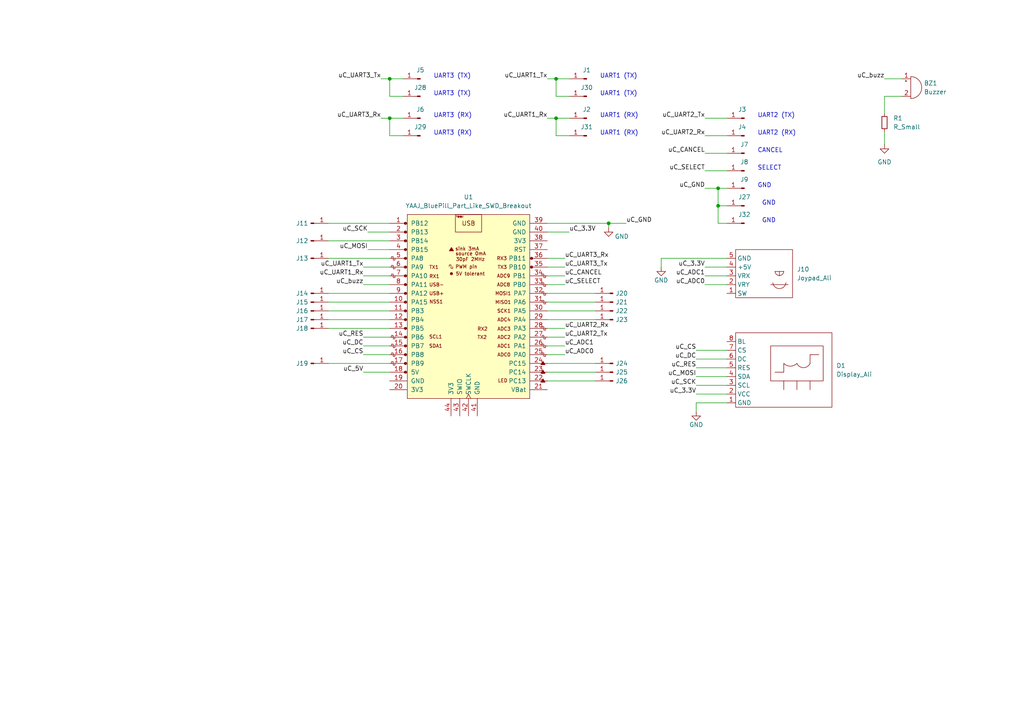
<source format=kicad_sch>
(kicad_sch (version 20211123) (generator eeschema)
  (paper "A4")
  (lib_symbols
    (symbol "Connector:Conn_01x01_Male" (pin_names (offset 1.016) hide)
      (property "Reference" "J" (at 0 2.54 0))
      (property "Value" "Conn_01x01_Male" (at 0 -2.54 0))
      (symbol "Conn_01x01_Male_1_1"
        (polyline (pts (xy 1.27 0) (xy 0.8636 0)) (stroke (width 0.1524)))
        (rectangle (start 0.8636 0.127) (end 0 -0.127) (stroke (width 0.1524)) (fill (type outline)))
        (pin passive line (at 5.08 0 180) (length 3.81) (name "Pin_1") (number "1"))
      )
    )
    (symbol "Device:Buzzer" (pin_names (offset 0.0254) hide)
      (property "Reference" "BZ" (at 3.81 1.27 0))
      (property "Value" "Buzzer" (at 3.81 -1.27 0))
      (symbol "Buzzer_0_1"
        (arc (start 0 -3.175) (mid 3.175 0) (end 0 3.175))
        (polyline (pts (xy -1.651 1.905) (xy -1.143 1.905)))
        (polyline (pts (xy -1.397 2.159) (xy -1.397 1.651)))
        (polyline (pts (xy 0 3.175) (xy 0 -3.175)))
      )
      (symbol "Buzzer_1_1"
        (pin passive line (at -2.54 2.54 0) (length 2.54) (name "-") (number "1"))
        (pin passive line (at -2.54 -2.54 0) (length 2.54) (name "+") (number "2"))
      )
    )
    (symbol "Device:R_Small" (pin_numbers hide) (pin_names (offset 0.254) hide)
      (property "Reference" "R" (at 0.762 0.508 0))
      (property "Value" "R_Small" (at 0.762 -1.016 0))
      (symbol "R_Small_0_1"
        (rectangle (start -0.762 1.778) (end 0.762 -1.778) (stroke (width 0.2032)))
      )
      (symbol "R_Small_1_1"
        (pin passive line (at 0 2.54 270) (length 0.762) (name "~") (number "1"))
        (pin passive line (at 0 -2.54 90) (length 0.762) (name "~") (number "2"))
      )
    )
    (symbol "Displays_Ali:Display_Ali"
      (property "Reference" "D" (at 0 0 0))
      (property "Value" "Display_Ali" (at 0 2.54 0))
      (symbol "Display_Ali_0_1"
        (rectangle (start -12.7 -1.27) (end 15.24 -22.86))
        (rectangle (start -2.54 -5.08) (end 12.7 -15.24))
        (polyline (pts (xy 1.27 -15.24) (xy 1.27 -17.78)))
        (polyline (pts (xy 5.08 -17.78) (xy 5.08 -15.24)))
        (polyline (pts (xy 8.89 -17.78) (xy 8.89 -15.24)))
        (polyline (pts (xy 1.27 -10.16) (xy 1.27 -12.7) (xy -1.27 -12.7)))
        (polyline (pts (xy 8.89 -10.16) (xy 8.89 -7.62) (xy 11.43 -7.62)))
        (arc (start 1.27 -10.16) (mid 3.175 -14.7591) (end 5.08 -10.16))
        (arc (start 5.08 -10.16) (mid 6.985 -11.3821) (end 8.89 -10.16))
      )
      (symbol "Display_Ali_1_1"
        (pin input line (at -15.24 -21.59 0) (length 2.54) (name "GND") (number "1"))
        (pin input line (at -15.24 -19.05 0) (length 2.54) (name "VCC") (number "2"))
        (pin input line (at -15.24 -16.51 0) (length 2.54) (name "SCL") (number "3"))
        (pin input line (at -15.24 -13.97 0) (length 2.54) (name "SDA") (number "4"))
        (pin input line (at -15.24 -11.43 0) (length 2.54) (name "RES") (number "5"))
        (pin input line (at -15.24 -8.89 0) (length 2.54) (name "DC") (number "6"))
        (pin input line (at -15.24 -6.35 0) (length 2.54) (name "CS") (number "7"))
        (pin input line (at -15.24 -3.81 0) (length 2.54) (name "BL") (number "8"))
      )
    )
    (symbol "Joypad_Ali:Joypad_Ali"
      (property "Reference" "J" (at 0 0 0))
      (property "Value" "Joypad_Ali" (at 1.27 2.54 0))
      (symbol "Joypad_Ali_0_1"
        (rectangle (start -2.54 -1.27) (end 13.97 -15.24))
        (polyline (pts (xy 8.89 -7.62) (xy 11.43 -7.62)))
        (polyline (pts (xy 10.16 -7.62) (xy 10.16 -8.89)))
        (polyline (pts (xy 12.7 -11.43) (xy 7.62 -11.43)))
        (arc (start 8.255 -10.8616) (mid 10.16 -12.971) (end 12.065 -10.8616))
        (arc (start 8.89 -7.5722) (mid 10.16 -8.8909) (end 11.43 -7.5722))
      )
      (symbol "Joypad_Ali_1_1"
        (pin input line (at -5.08 -13.97 0) (length 2.54) (name "SW") (number "1"))
        (pin input line (at -5.08 -11.43 0) (length 2.54) (name "VRY") (number "2"))
        (pin input line (at -5.08 -8.89 0) (length 2.54) (name "VRX") (number "3"))
        (pin input line (at -5.08 -6.35 0) (length 2.54) (name "+5V") (number "4"))
        (pin input line (at -5.08 -3.81 0) (length 2.54) (name "GND") (number "5"))
      )
    )
    (symbol "YAAJ_BluePill_Part_Like_SWD_Breakout:YAAJ_BluePill_Part_Like_SWD_Breakout" (pin_names (offset 1.016))
      (property "Reference" "U" (at -15.24 27.94 0))
      (property "Value" "YAAJ_BluePill_Part_Like_SWD_Breakout" (at 20.32 27.94 0))
      (symbol "YAAJ_BluePill_Part_Like_SWD_Breakout_0_0"
        (circle (center -18.288 -20.32) (radius 0.3556) (fill (type outline)))
        (circle (center -18.288 -17.78) (radius 0.3556) (fill (type outline)))
        (circle (center -18.288 -15.24) (radius 0.3556) (fill (type outline)))
        (circle (center -18.288 -12.7) (radius 0.3556) (fill (type outline)))
        (circle (center -18.288 -10.16) (radius 0.3556) (fill (type outline)))
        (circle (center -18.288 -7.62) (radius 0.3556) (fill (type outline)))
        (circle (center -18.288 -5.08) (radius 0.3556) (fill (type outline)))
        (circle (center -18.288 -2.54) (radius 0.3556) (fill (type outline)))
        (circle (center -18.288 0) (radius 0.3556) (fill (type outline)))
        (circle (center -18.288 2.54) (radius 0.3556) (fill (type outline)))
        (circle (center -18.288 5.08) (radius 0.3556) (fill (type outline)))
        (circle (center -18.288 7.62) (radius 0.3556) (fill (type outline)))
        (circle (center -18.288 10.16) (radius 0.3556) (fill (type outline)))
        (circle (center -18.288 12.7) (radius 0.3556) (fill (type outline)))
        (circle (center -18.288 15.24) (radius 0.3556) (fill (type outline)))
        (circle (center -18.288 17.78) (radius 0.3556) (fill (type outline)))
        (circle (center -18.288 22.86) (radius 0.3556) (fill (type outline)))
        (circle (center -4.953 8.255) (radius 0.127) (fill (type outline)))
        (circle (center -4.953 8.255) (radius 0.254))
        (circle (center -4.953 8.255) (radius 0.3556))
        (polyline (pts (xy -5.588 14.859) (xy -4.953 15.875) (xy -4.318 14.859) (xy -5.588 14.859) (xy -4.953 15.748) (xy -4.445 14.859) (xy -5.461 14.986) (xy -4.953 15.621) (xy -4.572 14.859) (xy -5.334 15.113) (xy -4.826 15.494) (xy -4.699 14.859) (xy -5.207 15.24) (xy -4.699 15.367) (xy -4.826 14.986) (xy -5.08 15.24) (xy -4.826 15.113) (xy -4.953 15.367)))
        (polyline (pts (xy 20.955 -23.241) (xy 21.59 -22.225) (xy 22.225 -23.241) (xy 20.955 -23.241) (xy 21.59 -22.352) (xy 22.098 -23.241) (xy 21.082 -23.114) (xy 21.59 -22.479) (xy 21.971 -23.241) (xy 21.209 -22.987) (xy 21.717 -22.606) (xy 21.844 -23.241) (xy 21.336 -22.86) (xy 21.844 -22.733) (xy 21.717 -23.114) (xy 21.463 -22.86) (xy 21.717 -22.987) (xy 21.59 -22.733)))
        (polyline (pts (xy 20.955 -20.701) (xy 21.59 -19.685) (xy 22.225 -20.701) (xy 20.955 -20.701) (xy 21.59 -19.812) (xy 22.098 -20.701) (xy 21.082 -20.574) (xy 21.59 -19.939) (xy 21.971 -20.701) (xy 21.209 -20.447) (xy 21.717 -20.066) (xy 21.844 -20.701) (xy 21.336 -20.32) (xy 21.844 -20.193) (xy 21.717 -20.574) (xy 21.463 -20.32) (xy 21.717 -20.447) (xy 21.59 -20.193)))
        (polyline (pts (xy 20.955 -18.161) (xy 21.59 -17.145) (xy 22.225 -18.161) (xy 20.955 -18.161) (xy 21.59 -17.272) (xy 22.098 -18.161) (xy 21.082 -18.034) (xy 21.59 -17.399) (xy 21.971 -18.161) (xy 21.209 -17.907) (xy 21.717 -17.526) (xy 21.844 -18.161) (xy 21.336 -17.78) (xy 21.844 -17.653) (xy 21.717 -18.034) (xy 21.463 -17.78) (xy 21.717 -17.907) (xy 21.59 -17.653)))
        (circle (center 18.288 10.16) (radius 0.254) (fill (type outline)))
        (circle (center 18.288 10.16) (radius 0.3556))
        (circle (center 18.288 12.7) (radius 0.254) (fill (type outline)))
        (circle (center 18.288 12.7) (radius 0.3556))
        (text "30pF 2MHz" (at 0.508 12.446 0) (effects (font (size 0.9906 0.9906))))
        (text "5V tolerant" (at 0.508 8.255 0) (effects (font (size 0.9906 0.9906))))
        (text "ADC0" (at 10.287 -15.24 0) (effects (font (size 0.9906 0.9906))))
        (text "ADC1" (at 10.287 -12.7 0) (effects (font (size 0.9906 0.9906))))
        (text "ADC2" (at 10.287 -10.16 0) (effects (font (size 0.9906 0.9906))))
        (text "ADC3" (at 10.287 -7.747 0) (effects (font (size 0.9906 0.9906))))
        (text "ADC4" (at 10.287 -5.08 0) (effects (font (size 0.9906 0.9906))))
        (text "ADC8" (at 10.16 5.08 0) (effects (font (size 0.9906 0.9906))))
        (text "ADC9" (at 10.16 7.62 0) (effects (font (size 0.9906 0.9906))))
        (text "LED" (at 9.906 -22.733 0) (effects (font (size 0.9906 0.9906))))
        (text "MISO1" (at 10.033 0 0) (effects (font (size 0.9906 0.9906))))
        (text "MOSI1" (at 10.033 2.54 0) (effects (font (size 0.9906 0.9906))))
        (text "NSS1" (at -9.398 0.127 0) (effects (font (size 0.9906 0.9906))))
        (text "PWM pin" (at -0.635 10.287 0) (effects (font (size 0.9906 0.9906))))
        (text "RX1" (at -9.906 7.493 0) (effects (font (size 0.9906 0.9906))))
        (text "RX2" (at 4.064 -7.747 0) (effects (font (size 0.9906 0.9906))))
        (text "RX3" (at 9.652 12.7 0) (effects (font (size 0.9906 0.9906))))
        (text "SCK1" (at 10.287 -2.54 0) (effects (font (size 0.9906 0.9906))))
        (text "SCL1" (at -9.525 -10.033 0) (effects (font (size 0.9906 0.9906))))
        (text "SDA1" (at -9.525 -12.7 0) (effects (font (size 0.9906 0.9906))))
        (text "sink 3mA" (at -0.381 15.494 0) (effects (font (size 0.9906 0.9906))))
        (text "source 0mA" (at 0.635 14.097 0) (effects (font (size 0.9906 0.9906))))
        (text "TX1" (at -10.033 10.16 0) (effects (font (size 0.9906 0.9906))))
        (text "TX2" (at 3.937 -10.16 0) (effects (font (size 0.9906 0.9906))))
        (text "TX3" (at 9.779 10.16 0) (effects (font (size 0.9906 0.9906))))
        (text "USB" (at 0 22.86 0) (effects (font (size 1.27 1.27))))
        (text "USB+" (at -9.271 2.54 0) (effects (font (size 0.9906 0.9906))))
        (text "USB-" (at -9.271 5.08 0) (effects (font (size 0.9906 0.9906))))
        (text "Y@@J" (at -2.5654 24.8412 0) (effects (font (size 0.508 0.508))))
      )
      (symbol "YAAJ_BluePill_Part_Like_SWD_Breakout_0_1"
        (rectangle (start -17.78 25.4) (end 17.78 -27.94) (fill (type background)))
        (polyline (pts (xy -21.336 -17.78) (xy -21.336 -18.288) (xy -21.844 -18.288) (xy -21.844 -17.272) (xy -22.352 -17.272) (xy -22.352 -17.78)))
        (polyline (pts (xy -21.336 -15.24) (xy -21.336 -15.748) (xy -21.844 -15.748) (xy -21.844 -14.732) (xy -22.352 -14.732) (xy -22.352 -15.24)))
        (polyline (pts (xy -21.336 -12.7) (xy -21.336 -13.208) (xy -21.844 -13.208) (xy -21.844 -12.192) (xy -22.352 -12.192) (xy -22.352 -12.7)))
        (polyline (pts (xy -21.336 -10.16) (xy -21.336 -10.668) (xy -21.844 -10.668) (xy -21.844 -9.652) (xy -22.352 -9.652) (xy -22.352 -10.16)))
        (polyline (pts (xy -21.336 7.62) (xy -21.336 7.112) (xy -21.844 7.112) (xy -21.844 8.128) (xy -22.352 8.128) (xy -22.352 7.62)))
        (polyline (pts (xy -21.336 10.16) (xy -21.336 9.652) (xy -21.844 9.652) (xy -21.844 10.668) (xy -22.352 10.668) (xy -22.352 10.16)))
        (polyline (pts (xy -21.336 12.7) (xy -21.336 12.192) (xy -21.844 12.192) (xy -21.844 13.208) (xy -22.352 13.208) (xy -22.352 12.7)))
        (polyline (pts (xy -4.572 10.287) (xy -4.572 9.779) (xy -5.08 9.779) (xy -5.08 10.795) (xy -5.588 10.795) (xy -5.588 10.287)))
        (polyline (pts (xy 22.352 -15.24) (xy 22.352 -15.748) (xy 21.844 -15.748) (xy 21.844 -14.732) (xy 21.336 -14.732) (xy 21.336 -15.24)))
        (polyline (pts (xy 22.352 -12.7) (xy 22.352 -13.208) (xy 21.844 -13.208) (xy 21.844 -12.192) (xy 21.336 -12.192) (xy 21.336 -12.7)))
        (polyline (pts (xy 22.352 -10.16) (xy 22.352 -10.668) (xy 21.844 -10.668) (xy 21.844 -9.652) (xy 21.336 -9.652) (xy 21.336 -10.16)))
        (polyline (pts (xy 22.352 -7.62) (xy 22.352 -8.128) (xy 21.844 -8.128) (xy 21.844 -7.112) (xy 21.336 -7.112) (xy 21.336 -7.62)))
        (polyline (pts (xy 22.352 0) (xy 22.352 -0.508) (xy 21.844 -0.508) (xy 21.844 0.508) (xy 21.336 0.508) (xy 21.336 0)))
        (polyline (pts (xy 22.352 2.54) (xy 22.352 2.032) (xy 21.844 2.032) (xy 21.844 3.048) (xy 21.336 3.048) (xy 21.336 2.54)))
        (polyline (pts (xy 22.352 5.08) (xy 22.352 4.572) (xy 21.844 4.572) (xy 21.844 5.588) (xy 21.336 5.588) (xy 21.336 5.08)))
        (polyline (pts (xy 22.352 7.62) (xy 22.352 7.112) (xy 21.844 7.112) (xy 21.844 8.128) (xy 21.336 8.128) (xy 21.336 7.62)))
        (rectangle (start 3.81 25.4) (end -3.81 20.32))
      )
      (symbol "YAAJ_BluePill_Part_Like_SWD_Breakout_1_1"
        (circle (center -18.288 20.32) (radius 0.3556) (fill (type outline)))
        (pin bidirectional line (at -22.86 22.86 0) (length 5.08) (name "PB12") (number "1"))
        (pin bidirectional line (at -22.86 0 0) (length 5.08) (name "PA15") (number "10"))
        (pin bidirectional line (at -22.86 -2.54 0) (length 5.08) (name "PB3") (number "11"))
        (pin bidirectional line (at -22.86 -5.08 0) (length 5.08) (name "PB4") (number "12"))
        (pin bidirectional line (at -22.86 -7.62 0) (length 5.08) (name "PB5") (number "13"))
        (pin bidirectional line (at -22.86 -10.16 0) (length 5.08) (name "PB6") (number "14"))
        (pin bidirectional line (at -22.86 -12.7 0) (length 5.08) (name "PB7") (number "15"))
        (pin bidirectional line (at -22.86 -15.24 0) (length 5.08) (name "PB8") (number "16"))
        (pin bidirectional line (at -22.86 -17.78 0) (length 5.08) (name "PB9") (number "17"))
        (pin power_in line (at -22.86 -20.32 0) (length 5.08) (name "5V") (number "18"))
        (pin power_in line (at -22.86 -22.86 0) (length 5.08) (name "GND") (number "19"))
        (pin bidirectional line (at -22.86 20.32 0) (length 5.08) (name "PB13") (number "2"))
        (pin power_in line (at -22.86 -25.4 0) (length 5.08) (name "3V3") (number "20"))
        (pin power_in line (at 22.86 -25.4 180) (length 5.08) (name "VBat") (number "21"))
        (pin bidirectional line (at 22.86 -22.86 180) (length 5.08) (name "PC13") (number "22"))
        (pin bidirectional line (at 22.86 -20.32 180) (length 5.08) (name "PC14") (number "23"))
        (pin bidirectional line (at 22.86 -17.78 180) (length 5.08) (name "PC15") (number "24"))
        (pin bidirectional line (at 22.86 -15.24 180) (length 5.08) (name "PA0") (number "25"))
        (pin bidirectional line (at 22.86 -12.7 180) (length 5.08) (name "PA1") (number "26"))
        (pin bidirectional line (at 22.86 -10.16 180) (length 5.08) (name "PA2") (number "27"))
        (pin bidirectional line (at 22.86 -7.62 180) (length 5.08) (name "PA3") (number "28"))
        (pin bidirectional line (at 22.86 -5.08 180) (length 5.08) (name "PA4") (number "29"))
        (pin bidirectional line (at -22.86 17.78 0) (length 5.08) (name "PB14") (number "3"))
        (pin bidirectional line (at 22.86 -2.54 180) (length 5.08) (name "PA5") (number "30"))
        (pin bidirectional line (at 22.86 0 180) (length 5.08) (name "PA6") (number "31"))
        (pin bidirectional line (at 22.86 2.54 180) (length 5.08) (name "PA7") (number "32"))
        (pin bidirectional line (at 22.86 5.08 180) (length 5.08) (name "PB0") (number "33"))
        (pin bidirectional line (at 22.86 7.62 180) (length 5.08) (name "PB1") (number "34"))
        (pin bidirectional line (at 22.86 10.16 180) (length 5.08) (name "PB10") (number "35"))
        (pin bidirectional line (at 22.86 12.7 180) (length 5.08) (name "PB11") (number "36"))
        (pin input line (at 22.86 15.24 180) (length 5.08) (name "RST") (number "37"))
        (pin power_in line (at 22.86 17.78 180) (length 5.08) (name "3V3") (number "38"))
        (pin power_in line (at 22.86 22.86 180) (length 5.08) (name "GND") (number "39"))
        (pin bidirectional line (at -22.86 15.24 0) (length 5.08) (name "PB15") (number "4"))
        (pin power_in line (at 22.86 20.32 180) (length 5.08) (name "GND") (number "40"))
        (pin power_in line (at 2.54 -33.02 90) (length 5.08) (name "GND") (number "41"))
        (pin bidirectional clock (at 0 -33.02 90) (length 5.08) (name "SWCLK") (number "42"))
        (pin bidirectional line (at -2.54 -33.02 90) (length 5.08) (name "SWIO") (number "43"))
        (pin power_in line (at -5.08 -33.02 90) (length 5.08) (name "3V3") (number "44"))
        (pin bidirectional line (at -22.86 12.7 0) (length 5.08) (name "PA8") (number "5"))
        (pin bidirectional line (at -22.86 10.16 0) (length 5.08) (name "PA9") (number "6"))
        (pin bidirectional line (at -22.86 7.62 0) (length 5.08) (name "PA10") (number "7"))
        (pin bidirectional line (at -22.86 5.08 0) (length 5.08) (name "PA11") (number "8"))
        (pin bidirectional line (at -22.86 2.54 0) (length 5.08) (name "PA12") (number "9"))
      )
    )
    (symbol "power:GND" (power) (pin_names (offset 0))
      (property "Value" "GND" (at 0 -3.81 0))
      (symbol "GND_0_1"
        (polyline (pts (xy 0 0) (xy 0 -1.27) (xy 1.27 -1.27) (xy 0 -2.54) (xy -1.27 -1.27) (xy 0 -1.27)))
      )
      (symbol "GND_1_1"
        (pin power_in line (at 0 0 270) (length 0) hide (name "GND") (number "1"))
      )
    )
  )
  (junction (at 161.29 22.86))
  (junction (at 113.03 22.86))
  (junction (at 176.53 64.77))
  (junction (at 161.29 34.29))
  (junction (at 208.28 54.61))
  (junction (at 208.28 59.69))
  (junction (at 113.03 34.29))
  (wire (pts (xy 158.75 105.41) (xy 172.72 105.41)))
  (wire (pts (xy 105.41 107.95) (xy 113.03 107.95)))
  (wire (pts (xy 158.75 90.17) (xy 172.72 90.17)))
  (wire (pts (xy 116.84 27.94) (xy 113.03 27.94)))
  (wire (pts (xy 201.93 114.3) (xy 210.82 114.3)))
  (wire (pts (xy 158.75 95.25) (xy 163.83 95.25)))
  (wire (pts (xy 158.75 22.86) (xy 161.29 22.86)))
  (wire (pts (xy 95.25 105.41) (xy 113.03 105.41)))
  (wire (pts (xy 208.28 64.77) (xy 208.28 59.69)))
  (wire (pts (xy 110.49 22.86) (xy 113.03 22.86)))
  (wire (pts (xy 105.41 82.55) (xy 113.03 82.55)))
  (wire (pts (xy 113.03 34.29) (xy 116.84 34.29)))
  (wire (pts (xy 204.47 54.61) (xy 208.28 54.61)))
  (wire (pts (xy 204.47 49.53) (xy 210.82 49.53)))
  (wire (pts (xy 201.93 106.68) (xy 210.82 106.68)))
  (wire (pts (xy 256.54 22.86) (xy 261.62 22.86)))
  (wire (pts (xy 208.28 54.61) (xy 210.82 54.61)))
  (wire (pts (xy 110.49 34.29) (xy 113.03 34.29)))
  (wire (pts (xy 158.75 82.55) (xy 163.83 82.55)))
  (wire (pts (xy 158.75 97.79) (xy 163.83 97.79)))
  (wire (pts (xy 201.93 101.6) (xy 210.82 101.6)))
  (wire (pts (xy 158.75 107.95) (xy 172.72 107.95)))
  (wire (pts (xy 165.1 27.94) (xy 161.29 27.94)))
  (wire (pts (xy 256.54 27.94) (xy 256.54 33.02)))
  (wire (pts (xy 105.41 102.87) (xy 113.03 102.87)))
  (wire (pts (xy 161.29 22.86) (xy 165.1 22.86)))
  (wire (pts (xy 201.93 119.38) (xy 201.93 116.84)))
  (wire (pts (xy 105.41 80.01) (xy 113.03 80.01)))
  (wire (pts (xy 95.25 64.77) (xy 113.03 64.77)))
  (wire (pts (xy 105.41 77.47) (xy 113.03 77.47)))
  (wire (pts (xy 204.47 77.47) (xy 210.82 77.47)))
  (wire (pts (xy 95.25 74.93) (xy 113.03 74.93)))
  (wire (pts (xy 210.82 59.69) (xy 208.28 59.69)))
  (wire (pts (xy 158.75 110.49) (xy 172.72 110.49)))
  (wire (pts (xy 204.47 39.37) (xy 210.82 39.37)))
  (wire (pts (xy 210.82 74.93) (xy 191.77 74.93)))
  (wire (pts (xy 161.29 34.29) (xy 165.1 34.29)))
  (wire (pts (xy 161.29 39.37) (xy 161.29 34.29)))
  (wire (pts (xy 158.75 100.33) (xy 163.83 100.33)))
  (wire (pts (xy 201.93 116.84) (xy 210.82 116.84)))
  (wire (pts (xy 158.75 77.47) (xy 163.83 77.47)))
  (wire (pts (xy 256.54 38.1) (xy 256.54 41.91)))
  (wire (pts (xy 204.47 44.45) (xy 210.82 44.45)))
  (wire (pts (xy 158.75 87.63) (xy 172.72 87.63)))
  (wire (pts (xy 161.29 27.94) (xy 161.29 22.86)))
  (wire (pts (xy 158.75 85.09) (xy 172.72 85.09)))
  (wire (pts (xy 158.75 74.93) (xy 163.83 74.93)))
  (wire (pts (xy 158.75 92.71) (xy 172.72 92.71)))
  (wire (pts (xy 113.03 22.86) (xy 116.84 22.86)))
  (wire (pts (xy 191.77 74.93) (xy 191.77 77.47)))
  (wire (pts (xy 105.41 100.33) (xy 113.03 100.33)))
  (wire (pts (xy 106.68 67.31) (xy 113.03 67.31)))
  (wire (pts (xy 158.75 102.87) (xy 163.83 102.87)))
  (wire (pts (xy 158.75 80.01) (xy 163.83 80.01)))
  (wire (pts (xy 201.93 109.22) (xy 210.82 109.22)))
  (wire (pts (xy 204.47 82.55) (xy 210.82 82.55)))
  (wire (pts (xy 158.75 34.29) (xy 161.29 34.29)))
  (wire (pts (xy 176.53 64.77) (xy 176.53 66.04)))
  (wire (pts (xy 105.41 97.79) (xy 113.03 97.79)))
  (wire (pts (xy 95.25 85.09) (xy 113.03 85.09)))
  (wire (pts (xy 158.75 67.31) (xy 165.1 67.31)))
  (wire (pts (xy 201.93 104.14) (xy 210.82 104.14)))
  (wire (pts (xy 95.25 87.63) (xy 113.03 87.63)))
  (wire (pts (xy 208.28 59.69) (xy 208.28 54.61)))
  (wire (pts (xy 113.03 39.37) (xy 113.03 34.29)))
  (wire (pts (xy 113.03 27.94) (xy 113.03 22.86)))
  (wire (pts (xy 165.1 39.37) (xy 161.29 39.37)))
  (wire (pts (xy 204.47 34.29) (xy 210.82 34.29)))
  (wire (pts (xy 95.25 90.17) (xy 113.03 90.17)))
  (wire (pts (xy 95.25 95.25) (xy 113.03 95.25)))
  (wire (pts (xy 210.82 64.77) (xy 208.28 64.77)))
  (wire (pts (xy 95.25 92.71) (xy 113.03 92.71)))
  (wire (pts (xy 204.47 80.01) (xy 210.82 80.01)))
  (wire (pts (xy 116.84 39.37) (xy 113.03 39.37)))
  (wire (pts (xy 201.93 111.76) (xy 210.82 111.76)))
  (wire (pts (xy 95.25 69.85) (xy 113.03 69.85)))
  (wire (pts (xy 261.62 27.94) (xy 256.54 27.94)))
  (wire (pts (xy 106.68 72.39) (xy 113.03 72.39)))
  (wire (pts (xy 176.53 64.77) (xy 181.61 64.77)))
  (wire (pts (xy 158.75 64.77) (xy 176.53 64.77)))
  (text "UART1 (RX)" (at 173.99 39.37 0) (effects (font (size 1.27 1.27)) (justify left bottom)))
  (text "GND" (at 220.98 59.69 0) (effects (font (size 1.27 1.27)) (justify left bottom)))
  (text "UART1 (TX)" (at 173.99 22.86 0) (effects (font (size 1.27 1.27)) (justify left bottom)))
  (text "UART3 (RX)" (at 125.73 39.37 0) (effects (font (size 1.27 1.27)) (justify left bottom)))
  (text "SELECT" (at 219.71 49.53 0) (effects (font (size 1.27 1.27)) (justify left bottom)))
  (text "UART1 (RX)" (at 173.99 34.29 0) (effects (font (size 1.27 1.27)) (justify left bottom)))
  (text "UART3 (TX)" (at 125.73 27.94 0) (effects (font (size 1.27 1.27)) (justify left bottom)))
  (text "GND" (at 219.71 54.61 0) (effects (font (size 1.27 1.27)) (justify left bottom)))
  (text "UART1 (TX)" (at 173.99 27.94 0) (effects (font (size 1.27 1.27)) (justify left bottom)))
  (text "GND" (at 220.98 64.77 0) (effects (font (size 1.27 1.27)) (justify left bottom)))
  (text "UART3 (RX)" (at 125.73 34.29 0) (effects (font (size 1.27 1.27)) (justify left bottom)))
  (text "UART2 (RX)" (at 219.71 39.37 0) (effects (font (size 1.27 1.27)) (justify left bottom)))
  (text "UART2 (TX)" (at 219.71 34.29 0) (effects (font (size 1.27 1.27)) (justify left bottom)))
  (text "CANCEL" (at 219.71 44.45 0) (effects (font (size 1.27 1.27)) (justify left bottom)))
  (text "UART3 (TX)" (at 125.73 22.86 0) (effects (font (size 1.27 1.27)) (justify left bottom)))
  (label "uC_SELECT" (at 163.83 82.55 0))
  (label "uC_RES" (at 201.93 106.68 180))
  (label "uC_UART3_Tx" (at 163.83 77.47 0))
  (label "uC_buzz" (at 256.54 22.86 180))
  (label "uC_GND" (at 181.61 64.77 0))
  (label "uC_UART2_Rx" (at 204.47 39.37 180))
  (label "uC_CANCEL" (at 204.47 44.45 180))
  (label "uC_CANCEL" (at 163.83 80.01 0))
  (label "uC_UART2_Tx" (at 204.47 34.29 180))
  (label "uC_UART1_Tx" (at 105.41 77.47 180))
  (label "uC_SCK" (at 201.93 111.76 180))
  (label "uC_3.3V" (at 201.93 114.3 180))
  (label "uC_CS" (at 201.93 101.6 180))
  (label "uC_UART3_Rx" (at 110.49 34.29 180))
  (label "uC_SELECT" (at 204.47 49.53 180))
  (label "uC_ADC0" (at 204.47 82.55 180))
  (label "uC_SCK" (at 106.68 67.31 180))
  (label "uC_3.3V" (at 204.47 77.47 180))
  (label "uC_UART1_Rx" (at 158.75 34.29 180))
  (label "uC_RES" (at 105.41 97.79 180))
  (label "uC_UART2_Tx" (at 163.83 97.79 0))
  (label "uC_UART3_Tx" (at 110.49 22.86 180))
  (label "uC_DC" (at 105.41 100.33 180))
  (label "uC_UART1_Tx" (at 158.75 22.86 180))
  (label "uC_MOSI" (at 106.68 72.39 180))
  (label "uC_CS" (at 105.41 102.87 180))
  (label "uC_GND" (at 204.47 54.61 180))
  (label "uC_ADC1" (at 163.83 100.33 0))
  (label "uC_5V" (at 105.41 107.95 180))
  (label "uC_3.3V" (at 165.1 67.31 0))
  (label "uC_UART2_Rx" (at 163.83 95.25 0))
  (label "uC_UART3_Rx" (at 163.83 74.93 0))
  (label "uC_MOSI" (at 201.93 109.22 180))
  (label "uC_ADC1" (at 204.47 80.01 180))
  (label "uC_buzz" (at 105.41 82.55 180))
  (label "uC_UART1_Rx" (at 105.41 80.01 180))
  (label "uC_DC" (at 201.93 104.14 180))
  (label "uC_ADC0" (at 163.83 102.87 0))
  (symbol (lib_id "Displays_Ali:Display_Ali") (at 226.06 95.25 0) (unit 1)
    (property "Reference" "D1" (at 242.57 106.0449 0) (effects (justify left)))
    (property "Value" "Display_Ali" (at 242.57 108.5849 0) (effects (justify left)))
    (property "Footprint" "Displays_Ali:Display_Ali (ST7735)" (effects hide))
  )
  (symbol (lib_id "Connector:Conn_01x01_Male") (at 177.8 90.17 0) (mirror y) (unit 1)
    (property "Reference" "J22" (at 180.34 90.17 0))
    (property "Value" "Conn_01x01_Male" (effects hide))
    (property "Footprint" "Connector_PinHeader_2.54mm:PinHeader_1x01_P2.54mm_Vertical" (effects hide))
  )
  (symbol (lib_id "Connector:Conn_01x01_Male") (at 90.17 64.77 0) (mirror x) (unit 1)
    (property "Reference" "J11" (at 87.63 64.77 0))
    (property "Value" "Conn_01x01_Male" (effects hide))
    (property "Footprint" "Connector_PinHeader_2.54mm:PinHeader_1x01_P2.54mm_Vertical" (effects hide))
  )
  (symbol (lib_id "Connector:Conn_01x01_Male") (at 215.9 49.53 0) (mirror y) (unit 1)
    (property "Reference" "J8" (at 215.9 46.99 0))
    (property "Value" "Conn_01x01_Male" (effects hide))
    (property "Footprint" "Connector_PinHeader_2.54mm:PinHeader_1x01_P2.54mm_Vertical" (effects hide))
  )
  (symbol (lib_id "Connector:Conn_01x01_Male") (at 90.17 95.25 0) (mirror x) (unit 1)
    (property "Reference" "J18" (at 87.63 95.25 0))
    (property "Value" "Conn_01x01_Male" (effects hide))
    (property "Footprint" "Connector_PinHeader_2.54mm:PinHeader_1x01_P2.54mm_Vertical" (effects hide))
  )
  (symbol (lib_id "Connector:Conn_01x01_Male") (at 90.17 105.41 0) (mirror x) (unit 1)
    (property "Reference" "J19" (at 87.63 105.41 0))
    (property "Value" "Conn_01x01_Male" (effects hide))
    (property "Footprint" "Connector_PinHeader_2.54mm:PinHeader_1x01_P2.54mm_Vertical" (effects hide))
  )
  (symbol (lib_id "Connector:Conn_01x01_Male") (at 215.9 44.45 0) (mirror y) (unit 1)
    (property "Reference" "J7" (at 215.9 41.91 0))
    (property "Value" "Conn_01x01_Male" (effects hide))
    (property "Footprint" "Connector_PinHeader_2.54mm:PinHeader_1x01_P2.54mm_Vertical" (effects hide))
  )
  (symbol (lib_id "Connector:Conn_01x01_Male") (at 215.9 34.29 0) (mirror y) (unit 1)
    (property "Reference" "J3" (at 215.265 31.75 0))
    (property "Value" "Conn_01x01_Male" (effects hide))
    (property "Footprint" "Connector_PinHeader_2.54mm:PinHeader_1x01_P2.54mm_Vertical" (effects hide))
  )
  (symbol (lib_id "Connector:Conn_01x01_Male") (at 177.8 92.71 0) (mirror y) (unit 1)
    (property "Reference" "J23" (at 180.34 92.71 0))
    (property "Value" "Conn_01x01_Male" (effects hide))
    (property "Footprint" "Connector_PinHeader_2.54mm:PinHeader_1x01_P2.54mm_Vertical" (effects hide))
  )
  (symbol (lib_id "power:GND") (at 176.53 66.04 0) (unit 1)
    (property "Reference" "#PWR0101" (effects hide))
    (property "Value" "GND" (at 180.34 68.58 0))
  )
  (symbol (lib_id "Connector:Conn_01x01_Male") (at 90.17 74.93 0) (mirror x) (unit 1)
    (property "Reference" "J13" (at 87.63 74.93 0))
    (property "Value" "Conn_01x01_Male" (effects hide))
    (property "Footprint" "Connector_PinHeader_2.54mm:PinHeader_1x01_P2.54mm_Vertical" (effects hide))
  )
  (symbol (lib_id "power:GND") (at 191.77 77.47 0) (unit 1)
    (property "Reference" "#PWR0102" (effects hide))
    (property "Value" "GND" (at 191.77 81.28 0))
  )
  (symbol (lib_id "Connector:Conn_01x01_Male") (at 177.8 87.63 0) (mirror y) (unit 1)
    (property "Reference" "J21" (at 180.34 87.63 0))
    (property "Value" "Conn_01x01_Male" (effects hide))
    (property "Footprint" "Connector_PinHeader_2.54mm:PinHeader_1x01_P2.54mm_Vertical" (effects hide))
  )
  (symbol (lib_id "Connector:Conn_01x01_Male") (at 90.17 92.71 0) (mirror x) (unit 1)
    (property "Reference" "J17" (at 87.63 92.71 0))
    (property "Value" "Conn_01x01_Male" (effects hide))
    (property "Footprint" "Connector_PinHeader_2.54mm:PinHeader_1x01_P2.54mm_Vertical" (effects hide))
  )
  (symbol (lib_id "Connector:Conn_01x01_Male") (at 177.8 107.95 0) (mirror y) (unit 1)
    (property "Reference" "J25" (at 180.34 107.95 0))
    (property "Value" "Conn_01x01_Male" (effects hide))
    (property "Footprint" "Connector_PinHeader_2.54mm:PinHeader_1x01_P2.54mm_Vertical" (effects hide))
  )
  (symbol (lib_id "Device:Buzzer") (at 264.16 25.4 0) (unit 1)
    (property "Reference" "BZ1" (at 267.97 24.1299 0) (effects (justify left)))
    (property "Value" "Buzzer" (at 267.97 26.6699 0) (effects (justify left)))
    (property "Footprint" "Buzzer_Beeper:Buzzer_Murata_PKMCS0909E" (effects hide))
  )
  (symbol (lib_id "Connector:Conn_01x01_Male") (at 170.18 22.86 0) (mirror y) (unit 1)
    (property "Reference" "J1" (at 170.18 20.32 0))
    (property "Value" "Conn_01x01_Male" (effects hide))
    (property "Footprint" "Connector_PinHeader_2.54mm:PinHeader_1x01_P2.54mm_Vertical" (effects hide))
  )
  (symbol (lib_id "Connector:Conn_01x01_Male") (at 177.8 85.09 0) (mirror y) (unit 1)
    (property "Reference" "J20" (at 180.34 85.09 0))
    (property "Value" "Conn_01x01_Male" (effects hide))
    (property "Footprint" "Connector_PinHeader_2.54mm:PinHeader_1x01_P2.54mm_Vertical" (effects hide))
  )
  (symbol (lib_id "Connector:Conn_01x01_Male") (at 170.18 27.94 0) (mirror y) (unit 1)
    (property "Reference" "J30" (at 170.18 25.4 0))
    (property "Value" "Conn_01x01_Male" (effects hide))
    (property "Footprint" "Connector_PinHeader_2.54mm:PinHeader_1x01_P2.54mm_Vertical" (effects hide))
  )
  (symbol (lib_id "YAAJ_BluePill_Part_Like_SWD_Breakout:YAAJ_BluePill_Part_Like_SWD_Breakout") (at 135.89 87.63 0) (unit 1)
    (property "Reference" "U1" (at 135.89 57.15 0))
    (property "Value" "YAAJ_BluePill_Part_Like_SWD_Breakout" (at 135.89 59.69 0))
    (property "Footprint" "Project_Library:YAAJ_BluePill_SWD_1" (effects hide))
  )
  (symbol (lib_id "Connector:Conn_01x01_Male") (at 170.18 34.29 0) (mirror y) (unit 1)
    (property "Reference" "J2" (at 170.18 31.75 0))
    (property "Value" "Conn_01x01_Male" (effects hide))
    (property "Footprint" "Connector_PinHeader_2.54mm:PinHeader_1x01_P2.54mm_Vertical" (effects hide))
  )
  (symbol (lib_id "Connector:Conn_01x01_Male") (at 121.92 34.29 0) (mirror y) (unit 1)
    (property "Reference" "J6" (at 121.92 31.75 0))
    (property "Value" "Conn_01x01_Male" (effects hide))
    (property "Footprint" "Connector_PinHeader_2.54mm:PinHeader_1x01_P2.54mm_Vertical" (effects hide))
  )
  (symbol (lib_id "Connector:Conn_01x01_Male") (at 90.17 90.17 0) (mirror x) (unit 1)
    (property "Reference" "J16" (at 87.63 90.17 0))
    (property "Value" "Conn_01x01_Male" (effects hide))
    (property "Footprint" "Connector_PinHeader_2.54mm:PinHeader_1x01_P2.54mm_Vertical" (effects hide))
  )
  (symbol (lib_id "Connector:Conn_01x01_Male") (at 90.17 85.09 0) (mirror x) (unit 1)
    (property "Reference" "J14" (at 87.63 85.09 0))
    (property "Value" "Conn_01x01_Male" (effects hide))
    (property "Footprint" "Connector_PinHeader_2.54mm:PinHeader_1x01_P2.54mm_Vertical" (effects hide))
  )
  (symbol (lib_id "Connector:Conn_01x01_Male") (at 170.18 39.37 0) (mirror y) (unit 1)
    (property "Reference" "J31" (at 170.18 36.83 0))
    (property "Value" "Conn_01x01_Male" (effects hide))
    (property "Footprint" "Connector_PinHeader_2.54mm:PinHeader_1x01_P2.54mm_Vertical" (effects hide))
  )
  (symbol (lib_id "Connector:Conn_01x01_Male") (at 215.9 54.61 0) (mirror y) (unit 1)
    (property "Reference" "J9" (at 215.9 52.07 0))
    (property "Value" "Conn_01x01_Male" (effects hide))
    (property "Footprint" "Connector_PinHeader_2.54mm:PinHeader_1x01_P2.54mm_Vertical" (effects hide))
  )
  (symbol (lib_id "power:GND") (at 201.93 119.38 0) (unit 1)
    (property "Reference" "#PWR0104" (effects hide))
    (property "Value" "GND" (at 201.93 123.19 0))
  )
  (symbol (lib_id "Connector:Conn_01x01_Male") (at 121.92 27.94 0) (mirror y) (unit 1)
    (property "Reference" "J28" (at 121.92 25.4 0))
    (property "Value" "Conn_01x01_Male" (effects hide))
    (property "Footprint" "Connector_PinHeader_2.54mm:PinHeader_1x01_P2.54mm_Vertical" (effects hide))
  )
  (symbol (lib_id "Joypad_Ali:Joypad_Ali") (at 215.9 71.12 0) (unit 1)
    (property "Reference" "J10" (at 231.14 78.1049 0) (effects (justify left)))
    (property "Value" "Joypad_Ali" (at 231.14 80.6449 0) (effects (justify left)))
    (property "Footprint" "joypads:Joypad_Ali" (effects hide))
  )
  (symbol (lib_id "Connector:Conn_01x01_Male") (at 177.8 110.49 0) (mirror y) (unit 1)
    (property "Reference" "J26" (at 180.34 110.49 0))
    (property "Value" "Conn_01x01_Male" (effects hide))
    (property "Footprint" "Connector_PinHeader_2.54mm:PinHeader_1x01_P2.54mm_Vertical" (effects hide))
  )
  (symbol (lib_id "Connector:Conn_01x01_Male") (at 90.17 69.85 0) (mirror x) (unit 1)
    (property "Reference" "J12" (at 87.63 69.85 0))
    (property "Value" "Conn_01x01_Male" (effects hide))
    (property "Footprint" "Connector_PinHeader_2.54mm:PinHeader_1x01_P2.54mm_Vertical" (effects hide))
  )
  (symbol (lib_id "Connector:Conn_01x01_Male") (at 121.92 39.37 0) (mirror y) (unit 1)
    (property "Reference" "J29" (at 121.92 36.83 0))
    (property "Value" "Conn_01x01_Male" (effects hide))
    (property "Footprint" "Connector_PinHeader_2.54mm:PinHeader_1x01_P2.54mm_Vertical" (effects hide))
  )
  (symbol (lib_id "Connector:Conn_01x01_Male") (at 215.9 64.77 0) (mirror y) (unit 1)
    (property "Reference" "J32" (at 215.9 62.23 0))
    (property "Value" "Conn_01x01_Male" (effects hide))
    (property "Footprint" "Connector_PinHeader_2.54mm:PinHeader_1x01_P2.54mm_Vertical" (effects hide))
  )
  (symbol (lib_id "power:GND") (at 256.54 41.91 0) (unit 1)
    (property "Reference" "#PWR0103" (effects hide))
    (property "Value" "GND" (at 256.54 46.99 0))
  )
  (symbol (lib_id "Connector:Conn_01x01_Male") (at 215.9 59.69 0) (mirror y) (unit 1)
    (property "Reference" "J27" (at 215.9 57.15 0))
    (property "Value" "Conn_01x01_Male" (effects hide))
    (property "Footprint" "Connector_PinHeader_2.54mm:PinHeader_1x01_P2.54mm_Vertical" (effects hide))
  )
  (symbol (lib_id "Connector:Conn_01x01_Male") (at 215.9 39.37 0) (mirror y) (unit 1)
    (property "Reference" "J4" (at 215.265 36.83 0))
    (property "Value" "Conn_01x01_Male" (effects hide))
    (property "Footprint" "Connector_PinHeader_2.54mm:PinHeader_1x01_P2.54mm_Vertical" (effects hide))
  )
  (symbol (lib_id "Device:R_Small") (at 256.54 35.56 0) (unit 1)
    (property "Reference" "R1" (at 259.08 34.2899 0) (effects (justify left)))
    (property "Value" "R_Small" (at 259.08 36.8299 0) (effects (justify left)))
    (property "Footprint" "Resistor_SMD:R_0805_2012Metric_Pad1.20x1.40mm_HandSolder" (effects hide))
  )
  (symbol (lib_id "Connector:Conn_01x01_Male") (at 177.8 105.41 0) (mirror y) (unit 1)
    (property "Reference" "J24" (at 180.34 105.41 0))
    (property "Value" "Conn_01x01_Male" (effects hide))
    (property "Footprint" "Connector_PinHeader_2.54mm:PinHeader_1x01_P2.54mm_Vertical" (effects hide))
  )
  (symbol (lib_id "Connector:Conn_01x01_Male") (at 121.92 22.86 0) (mirror y) (unit 1)
    (property "Reference" "J5" (at 121.92 20.32 0))
    (property "Value" "Conn_01x01_Male" (effects hide))
    (property "Footprint" "Connector_PinHeader_2.54mm:PinHeader_1x01_P2.54mm_Vertical" (effects hide))
  )
  (symbol (lib_id "Connector:Conn_01x01_Male") (at 90.17 87.63 0) (mirror x) (unit 1)
    (property "Reference" "J15" (at 87.63 87.63 0))
    (property "Value" "Conn_01x01_Male" (effects hide))
    (property "Footprint" "Connector_PinHeader_2.54mm:PinHeader_1x01_P2.54mm_Vertical" (effects hide))
  )
)
</source>
